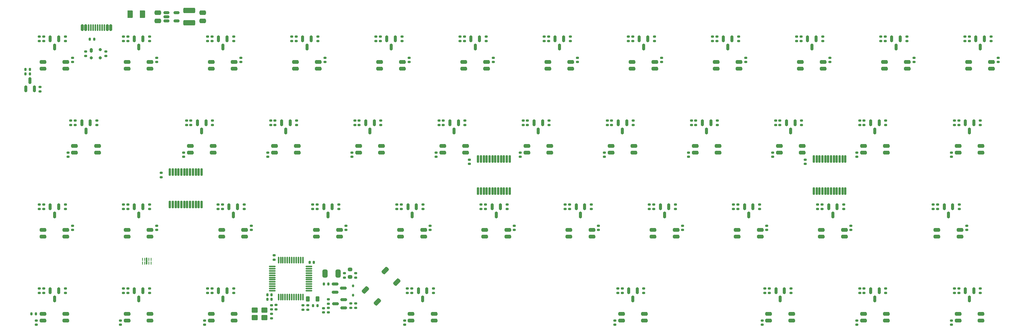
<source format=gbr>
%TF.GenerationSoftware,KiCad,Pcbnew,8.0.4*%
%TF.CreationDate,2024-09-01T23:08:26+02:00*%
%TF.ProjectId,feb42-rounded,66656234-322d-4726-9f75-6e6465642e6b,rev?*%
%TF.SameCoordinates,Original*%
%TF.FileFunction,Paste,Top*%
%TF.FilePolarity,Positive*%
%FSLAX46Y46*%
G04 Gerber Fmt 4.6, Leading zero omitted, Abs format (unit mm)*
G04 Created by KiCad (PCBNEW 8.0.4) date 2024-09-01 23:08:26*
%MOMM*%
%LPD*%
G01*
G04 APERTURE LIST*
G04 Aperture macros list*
%AMRoundRect*
0 Rectangle with rounded corners*
0 $1 Rounding radius*
0 $2 $3 $4 $5 $6 $7 $8 $9 X,Y pos of 4 corners*
0 Add a 4 corners polygon primitive as box body*
4,1,4,$2,$3,$4,$5,$6,$7,$8,$9,$2,$3,0*
0 Add four circle primitives for the rounded corners*
1,1,$1+$1,$2,$3*
1,1,$1+$1,$4,$5*
1,1,$1+$1,$6,$7*
1,1,$1+$1,$8,$9*
0 Add four rect primitives between the rounded corners*
20,1,$1+$1,$2,$3,$4,$5,0*
20,1,$1+$1,$4,$5,$6,$7,0*
20,1,$1+$1,$6,$7,$8,$9,0*
20,1,$1+$1,$8,$9,$2,$3,0*%
G04 Aperture macros list end*
%ADD10RoundRect,0.150000X0.150000X0.575000X-0.150000X0.575000X-0.150000X-0.575000X0.150000X-0.575000X0*%
%ADD11RoundRect,0.075000X0.075000X0.650000X-0.075000X0.650000X-0.075000X-0.650000X0.075000X-0.650000X0*%
%ADD12RoundRect,0.200000X-0.525000X-0.200000X0.525000X-0.200000X0.525000X0.200000X-0.525000X0.200000X0*%
%ADD13RoundRect,0.135000X0.185000X-0.135000X0.185000X0.135000X-0.185000X0.135000X-0.185000X-0.135000X0*%
%ADD14RoundRect,0.150000X-0.200000X-0.150000X0.200000X-0.150000X0.200000X0.150000X-0.200000X0.150000X0*%
%ADD15RoundRect,0.175000X-0.175000X-0.325000X0.175000X-0.325000X0.175000X0.325000X-0.175000X0.325000X0*%
%ADD16RoundRect,0.150000X-0.512500X-0.150000X0.512500X-0.150000X0.512500X0.150000X-0.512500X0.150000X0*%
%ADD17RoundRect,0.250000X1.075000X-0.375000X1.075000X0.375000X-1.075000X0.375000X-1.075000X-0.375000X0*%
%ADD18RoundRect,0.250000X-0.375000X-0.625000X0.375000X-0.625000X0.375000X0.625000X-0.375000X0.625000X0*%
%ADD19RoundRect,0.250000X-0.475000X0.250000X-0.475000X-0.250000X0.475000X-0.250000X0.475000X0.250000X0*%
%ADD20RoundRect,0.140000X-0.170000X0.140000X-0.170000X-0.140000X0.170000X-0.140000X0.170000X0.140000X0*%
%ADD21RoundRect,0.112500X0.112500X-0.737500X0.112500X0.737500X-0.112500X0.737500X-0.112500X-0.737500X0*%
%ADD22RoundRect,0.075000X0.662500X-0.075000X0.662500X0.075000X-0.662500X0.075000X-0.662500X-0.075000X0*%
%ADD23RoundRect,0.075000X0.075000X-0.662500X0.075000X0.662500X-0.075000X0.662500X-0.075000X-0.662500X0*%
%ADD24RoundRect,0.140000X0.170000X-0.140000X0.170000X0.140000X-0.170000X0.140000X-0.170000X-0.140000X0*%
%ADD25RoundRect,0.200000X0.525000X0.200000X-0.525000X0.200000X-0.525000X-0.200000X0.525000X-0.200000X0*%
%ADD26RoundRect,0.150000X-0.150000X0.587500X-0.150000X-0.587500X0.150000X-0.587500X0.150000X0.587500X0*%
%ADD27RoundRect,0.135000X-0.185000X0.135000X-0.185000X-0.135000X0.185000X-0.135000X0.185000X0.135000X0*%
%ADD28RoundRect,0.250000X-0.450000X-0.350000X0.450000X-0.350000X0.450000X0.350000X-0.450000X0.350000X0*%
%ADD29RoundRect,0.050000X0.050000X0.287500X-0.050000X0.287500X-0.050000X-0.287500X0.050000X-0.287500X0*%
%ADD30RoundRect,0.100000X0.100000X0.287500X-0.100000X0.287500X-0.100000X-0.287500X0.100000X-0.287500X0*%
%ADD31RoundRect,0.218750X0.218750X0.381250X-0.218750X0.381250X-0.218750X-0.381250X0.218750X-0.381250X0*%
%ADD32RoundRect,0.200000X0.275000X-0.200000X0.275000X0.200000X-0.275000X0.200000X-0.275000X-0.200000X0*%
%ADD33RoundRect,0.140000X0.140000X0.170000X-0.140000X0.170000X-0.140000X-0.170000X0.140000X-0.170000X0*%
%ADD34RoundRect,0.112500X-0.112500X0.187500X-0.112500X-0.187500X0.112500X-0.187500X0.112500X0.187500X0*%
%ADD35RoundRect,0.135000X-0.135000X-0.185000X0.135000X-0.185000X0.135000X0.185000X-0.135000X0.185000X0*%
%ADD36RoundRect,0.135000X0.135000X0.185000X-0.135000X0.185000X-0.135000X-0.185000X0.135000X-0.185000X0*%
%ADD37RoundRect,0.140000X-0.140000X-0.170000X0.140000X-0.170000X0.140000X0.170000X-0.140000X0.170000X0*%
%ADD38RoundRect,0.250000X0.247487X0.601041X-0.601041X-0.247487X-0.247487X-0.601041X0.601041X0.247487X0*%
%ADD39RoundRect,0.150000X0.587500X0.150000X-0.587500X0.150000X-0.587500X-0.150000X0.587500X-0.150000X0*%
%ADD40RoundRect,0.150000X-0.587500X-0.150000X0.587500X-0.150000X0.587500X0.150000X-0.587500X0.150000X0*%
%ADD41RoundRect,0.150000X0.150000X-0.587500X0.150000X0.587500X-0.150000X0.587500X-0.150000X-0.587500X0*%
%ADD42RoundRect,0.250000X0.325000X0.650000X-0.325000X0.650000X-0.325000X-0.650000X0.325000X-0.650000X0*%
G04 APERTURE END LIST*
D10*
%TO.C,USB1*%
X56500000Y-72945000D03*
X55700000Y-72945000D03*
D11*
X55000000Y-72945000D03*
X54000000Y-72945000D03*
X52500000Y-72945000D03*
X51500000Y-72945000D03*
D10*
X50800000Y-72945000D03*
X50000000Y-72945000D03*
X50000000Y-72945000D03*
X50800000Y-72945000D03*
D11*
X52000000Y-72945000D03*
X53000000Y-72945000D03*
X53500000Y-72945000D03*
X54500000Y-72945000D03*
D10*
X55700000Y-72945000D03*
X56500000Y-72945000D03*
%TD*%
D12*
%TO.C,LED8*%
X179675000Y-82255000D03*
X179675000Y-80755000D03*
X174475000Y-80755000D03*
X174475000Y-82255000D03*
%TD*%
D13*
%TO.C,USBR2*%
X55350000Y-78390000D03*
X55350000Y-79410000D03*
%TD*%
%TO.C,USBR1*%
X50750000Y-78390000D03*
X50750000Y-79410000D03*
%TD*%
D14*
%TO.C,USBD1*%
X54050000Y-77950000D03*
X54050000Y-79850000D03*
X52050000Y-79850000D03*
D15*
X52050000Y-78150000D03*
%TD*%
D16*
%TO.C,SD1*%
X71387500Y-69550000D03*
X71387500Y-71450000D03*
X69112500Y-71450000D03*
X69112500Y-70500000D03*
X69112500Y-69550000D03*
%TD*%
D17*
%TO.C,PWRL1*%
X74250000Y-69100000D03*
X74250000Y-71900000D03*
%TD*%
D18*
%TO.C,PWRF1*%
X63650000Y-69900000D03*
X60850000Y-69900000D03*
%TD*%
D19*
%TO.C,PWRC2*%
X77250000Y-71450000D03*
X77250000Y-69550000D03*
%TD*%
%TO.C,PWRC1*%
X67150000Y-71450000D03*
X67150000Y-69550000D03*
%TD*%
D20*
%TO.C,MPC3*%
X213650000Y-103880000D03*
X213650000Y-102920000D03*
%TD*%
%TO.C,MPC2*%
X137650000Y-103880000D03*
X137650000Y-102920000D03*
%TD*%
%TO.C,MPC1*%
X67900000Y-106880000D03*
X67900000Y-105920000D03*
%TD*%
D21*
%TO.C,MP3*%
X215625000Y-102750000D03*
X216275000Y-102750000D03*
X216925000Y-102750000D03*
X217575000Y-102750000D03*
X218225000Y-102750000D03*
X218875000Y-102750000D03*
X219525000Y-102750000D03*
X220175000Y-102750000D03*
X220825000Y-102750000D03*
X221475000Y-102750000D03*
X222125000Y-102750000D03*
X222775000Y-102750000D03*
X222775000Y-110050000D03*
X222125000Y-110050000D03*
X221475000Y-110050000D03*
X220825000Y-110050000D03*
X220175000Y-110050000D03*
X219525000Y-110050000D03*
X218875000Y-110050000D03*
X218225000Y-110050000D03*
X217575000Y-110050000D03*
X216925000Y-110050000D03*
X216275000Y-110050000D03*
X215625000Y-110050000D03*
%TD*%
%TO.C,MP2*%
X139625000Y-102750000D03*
X140275000Y-102750000D03*
X140925000Y-102750000D03*
X141575000Y-102750000D03*
X142225000Y-102750000D03*
X142875000Y-102750000D03*
X143525000Y-102750000D03*
X144175000Y-102750000D03*
X144825000Y-102750000D03*
X145475000Y-102750000D03*
X146125000Y-102750000D03*
X146775000Y-102750000D03*
X146775000Y-110050000D03*
X146125000Y-110050000D03*
X145475000Y-110050000D03*
X144825000Y-110050000D03*
X144175000Y-110050000D03*
X143525000Y-110050000D03*
X142875000Y-110050000D03*
X142225000Y-110050000D03*
X141575000Y-110050000D03*
X140925000Y-110050000D03*
X140275000Y-110050000D03*
X139625000Y-110050000D03*
%TD*%
%TO.C,MP1*%
X69875000Y-105750000D03*
X70525000Y-105750000D03*
X71175000Y-105750000D03*
X71825000Y-105750000D03*
X72475000Y-105750000D03*
X73125000Y-105750000D03*
X73775000Y-105750000D03*
X74425000Y-105750000D03*
X75075000Y-105750000D03*
X75725000Y-105750000D03*
X76375000Y-105750000D03*
X77025000Y-105750000D03*
X77025000Y-113050000D03*
X76375000Y-113050000D03*
X75725000Y-113050000D03*
X75075000Y-113050000D03*
X74425000Y-113050000D03*
X73775000Y-113050000D03*
X73125000Y-113050000D03*
X72475000Y-113050000D03*
X71825000Y-113050000D03*
X71175000Y-113050000D03*
X70525000Y-113050000D03*
X69875000Y-113050000D03*
%TD*%
D22*
%TO.C,MCU1*%
X93037500Y-132650000D03*
X93037500Y-132150000D03*
X93037500Y-131650000D03*
X93037500Y-131150000D03*
X93037500Y-130650000D03*
X93037500Y-130150000D03*
X93037500Y-129650000D03*
X93037500Y-129150000D03*
X93037500Y-128650000D03*
X93037500Y-128150000D03*
X93037500Y-127650000D03*
X93037500Y-127150000D03*
D23*
X94450000Y-125737500D03*
X94950000Y-125737500D03*
X95450000Y-125737500D03*
X95950000Y-125737500D03*
X96450000Y-125737500D03*
X96950000Y-125737500D03*
X97450000Y-125737500D03*
X97950000Y-125737500D03*
X98450000Y-125737500D03*
X98950000Y-125737500D03*
X99450000Y-125737500D03*
X99950000Y-125737500D03*
D22*
X101362500Y-127150000D03*
X101362500Y-127650000D03*
X101362500Y-128150000D03*
X101362500Y-128650000D03*
X101362500Y-129150000D03*
X101362500Y-129650000D03*
X101362500Y-130150000D03*
X101362500Y-130650000D03*
X101362500Y-131150000D03*
X101362500Y-131650000D03*
X101362500Y-132150000D03*
X101362500Y-132650000D03*
D23*
X99950000Y-134062500D03*
X99450000Y-134062500D03*
X98950000Y-134062500D03*
X98450000Y-134062500D03*
X97950000Y-134062500D03*
X97450000Y-134062500D03*
X96950000Y-134062500D03*
X96450000Y-134062500D03*
X95950000Y-134062500D03*
X95450000Y-134062500D03*
X94950000Y-134062500D03*
X94450000Y-134062500D03*
%TD*%
D24*
%TO.C,LEDC42*%
X246793750Y-139425000D03*
X246793750Y-140385000D03*
%TD*%
%TO.C,LEDC41*%
X225362500Y-139425000D03*
X225362500Y-140385000D03*
%TD*%
%TO.C,LEDC40*%
X203931250Y-139425000D03*
X203931250Y-140385000D03*
%TD*%
%TO.C,LEDC39*%
X170593750Y-139425000D03*
X170593750Y-140385000D03*
%TD*%
%TO.C,LEDC38*%
X122968750Y-139425000D03*
X122968750Y-140385000D03*
%TD*%
%TO.C,LEDC37*%
X77725000Y-139425000D03*
X77725000Y-140385000D03*
%TD*%
%TO.C,LEDC36*%
X58675000Y-139425000D03*
X58675000Y-140385000D03*
%TD*%
%TO.C,LEDC35*%
X39625000Y-139425000D03*
X39625000Y-140385000D03*
%TD*%
D20*
%TO.C,LEDC34*%
X250231250Y-118835000D03*
X250231250Y-117875000D03*
%TD*%
%TO.C,LEDC33*%
X224037500Y-118835000D03*
X224037500Y-117875000D03*
%TD*%
%TO.C,LEDC32*%
X204987500Y-118835000D03*
X204987500Y-117875000D03*
%TD*%
%TO.C,LEDC31*%
X185937500Y-118835000D03*
X185937500Y-117875000D03*
%TD*%
%TO.C,LEDC30*%
X166887500Y-118835000D03*
X166887500Y-117875000D03*
%TD*%
%TO.C,LEDC29*%
X147837500Y-118835000D03*
X147837500Y-117875000D03*
%TD*%
%TO.C,LEDC28*%
X128787500Y-118835000D03*
X128787500Y-117875000D03*
%TD*%
%TO.C,LEDC27*%
X109737500Y-118835000D03*
X109737500Y-117875000D03*
%TD*%
%TO.C,LEDC26*%
X88306250Y-118835000D03*
X88306250Y-117875000D03*
%TD*%
%TO.C,LEDC25*%
X66875000Y-118835000D03*
X66875000Y-117875000D03*
%TD*%
%TO.C,LEDC24*%
X47825000Y-118835000D03*
X47825000Y-117875000D03*
%TD*%
D24*
%TO.C,LEDC23*%
X246793750Y-101325000D03*
X246793750Y-102285000D03*
%TD*%
%TO.C,LEDC22*%
X225362500Y-101325000D03*
X225362500Y-102285000D03*
%TD*%
%TO.C,LEDC21*%
X206312500Y-101325000D03*
X206312500Y-102285000D03*
%TD*%
%TO.C,LEDC20*%
X187262500Y-101325000D03*
X187262500Y-102285000D03*
%TD*%
%TO.C,LEDC19*%
X168212499Y-101325000D03*
X168212499Y-102285000D03*
%TD*%
%TO.C,LEDC18*%
X149162500Y-101325000D03*
X149162500Y-102285000D03*
%TD*%
%TO.C,LEDC17*%
X130112500Y-101325000D03*
X130112500Y-102285000D03*
%TD*%
%TO.C,LEDC16*%
X111062500Y-101325000D03*
X111062500Y-102285000D03*
%TD*%
%TO.C,LEDC15*%
X92012500Y-101325000D03*
X92012500Y-102285000D03*
%TD*%
%TO.C,LEDC14*%
X72962500Y-101325000D03*
X72962500Y-102285000D03*
%TD*%
%TO.C,LEDC13*%
X46768750Y-101325000D03*
X46768750Y-102285000D03*
%TD*%
D20*
%TO.C,LEDC12*%
X257375000Y-80735000D03*
X257375000Y-79775000D03*
%TD*%
%TO.C,LEDC11*%
X238325000Y-80735000D03*
X238325000Y-79775000D03*
%TD*%
%TO.C,LEDC10*%
X219275000Y-80735000D03*
X219275000Y-79775000D03*
%TD*%
%TO.C,LEDC9*%
X200225000Y-80735000D03*
X200225000Y-79775000D03*
%TD*%
%TO.C,LEDC8*%
X181175000Y-80735000D03*
X181175000Y-79775000D03*
%TD*%
%TO.C,LEDC7*%
X162125000Y-80735000D03*
X162125000Y-79775000D03*
%TD*%
%TO.C,LEDC6*%
X143075000Y-80735000D03*
X143075000Y-79775000D03*
%TD*%
%TO.C,LEDC5*%
X124025000Y-80735000D03*
X124025000Y-79775000D03*
%TD*%
%TO.C,LEDC4*%
X104975000Y-80735000D03*
X104975000Y-79775000D03*
%TD*%
%TO.C,LEDC3*%
X85925000Y-80735000D03*
X85925000Y-79775000D03*
%TD*%
%TO.C,LEDC2*%
X66875000Y-80735000D03*
X66875000Y-79775000D03*
%TD*%
%TO.C,LEDC1*%
X47825000Y-80735000D03*
X47825000Y-79775000D03*
%TD*%
D25*
%TO.C,LED42*%
X248293750Y-137905000D03*
X248293750Y-139405000D03*
X253493750Y-139405000D03*
X253493750Y-137905000D03*
%TD*%
%TO.C,LED41*%
X226862500Y-137905000D03*
X226862500Y-139405000D03*
X232062500Y-139405000D03*
X232062500Y-137905000D03*
%TD*%
%TO.C,LED40*%
X205431250Y-137905000D03*
X205431250Y-139405000D03*
X210631250Y-139405000D03*
X210631250Y-137905000D03*
%TD*%
%TO.C,LED39*%
X172093750Y-137905000D03*
X172093750Y-139405000D03*
X177293750Y-139405000D03*
X177293750Y-137905000D03*
%TD*%
%TO.C,LED38*%
X124468750Y-137905000D03*
X124468750Y-139405000D03*
X129668750Y-139405000D03*
X129668750Y-137905000D03*
%TD*%
%TO.C,LED37*%
X79225000Y-137905000D03*
X79225000Y-139405000D03*
X84425000Y-139405000D03*
X84425000Y-137905000D03*
%TD*%
%TO.C,LED36*%
X60175000Y-137905000D03*
X60175000Y-139405000D03*
X65375000Y-139405000D03*
X65375000Y-137905000D03*
%TD*%
%TO.C,LED35*%
X41125000Y-137905000D03*
X41125000Y-139405000D03*
X46325000Y-139405000D03*
X46325000Y-137905000D03*
%TD*%
D12*
%TO.C,LED34*%
X248731250Y-120355000D03*
X248731250Y-118855000D03*
X243531250Y-118855000D03*
X243531250Y-120355000D03*
%TD*%
%TO.C,LED33*%
X222537500Y-120355000D03*
X222537500Y-118855000D03*
X217337500Y-118855000D03*
X217337500Y-120355000D03*
%TD*%
%TO.C,LED32*%
X203487500Y-120355000D03*
X203487500Y-118855000D03*
X198287500Y-118855000D03*
X198287500Y-120355000D03*
%TD*%
%TO.C,LED31*%
X184437500Y-120355000D03*
X184437500Y-118855000D03*
X179237500Y-118855000D03*
X179237500Y-120355000D03*
%TD*%
%TO.C,LED30*%
X165387500Y-120355000D03*
X165387500Y-118855000D03*
X160187500Y-118855000D03*
X160187500Y-120355000D03*
%TD*%
%TO.C,LED29*%
X146337500Y-120355000D03*
X146337500Y-118855000D03*
X141137500Y-118855000D03*
X141137500Y-120355000D03*
%TD*%
%TO.C,LED28*%
X127287500Y-120355000D03*
X127287500Y-118855000D03*
X122087500Y-118855000D03*
X122087500Y-120355000D03*
%TD*%
%TO.C,LED27*%
X108237500Y-120355000D03*
X108237500Y-118855000D03*
X103037500Y-118855000D03*
X103037500Y-120355000D03*
%TD*%
%TO.C,LED26*%
X86806250Y-120355000D03*
X86806250Y-118855000D03*
X81606250Y-118855000D03*
X81606250Y-120355000D03*
%TD*%
%TO.C,LED25*%
X65375000Y-120355000D03*
X65375000Y-118855000D03*
X60175000Y-118855000D03*
X60175000Y-120355000D03*
%TD*%
%TO.C,LED24*%
X46325000Y-120355000D03*
X46325000Y-118855000D03*
X41125000Y-118855000D03*
X41125000Y-120355000D03*
%TD*%
D25*
%TO.C,LED23*%
X248293750Y-99805000D03*
X248293750Y-101305000D03*
X253493750Y-101305000D03*
X253493750Y-99805000D03*
%TD*%
%TO.C,LED22*%
X226862500Y-99805000D03*
X226862500Y-101305000D03*
X232062500Y-101305000D03*
X232062500Y-99805000D03*
%TD*%
%TO.C,LED21*%
X207812500Y-99805000D03*
X207812500Y-101305000D03*
X213012500Y-101305000D03*
X213012500Y-99805000D03*
%TD*%
%TO.C,LED20*%
X188762500Y-99805000D03*
X188762500Y-101305000D03*
X193962500Y-101305000D03*
X193962500Y-99805000D03*
%TD*%
%TO.C,LED19*%
X169712500Y-99805000D03*
X169712500Y-101305000D03*
X174912500Y-101305000D03*
X174912500Y-99805000D03*
%TD*%
%TO.C,LED18*%
X150662500Y-99805000D03*
X150662500Y-101305000D03*
X155862500Y-101305000D03*
X155862500Y-99805000D03*
%TD*%
%TO.C,LED17*%
X131612500Y-99805000D03*
X131612500Y-101305000D03*
X136812500Y-101305000D03*
X136812500Y-99805000D03*
%TD*%
%TO.C,LED16*%
X112562500Y-99805000D03*
X112562500Y-101305000D03*
X117762500Y-101305000D03*
X117762500Y-99805000D03*
%TD*%
%TO.C,LED15*%
X93512500Y-99805000D03*
X93512500Y-101305000D03*
X98712500Y-101305000D03*
X98712500Y-99805000D03*
%TD*%
%TO.C,LED14*%
X74462500Y-99805000D03*
X74462500Y-101305000D03*
X79662500Y-101305000D03*
X79662500Y-99805000D03*
%TD*%
%TO.C,LED13*%
X48268750Y-99805000D03*
X48268750Y-101305000D03*
X53468750Y-101305000D03*
X53468750Y-99805000D03*
%TD*%
D12*
%TO.C,LED12*%
X255875000Y-82255000D03*
X255875000Y-80755000D03*
X250675000Y-80755000D03*
X250675000Y-82255000D03*
%TD*%
%TO.C,LED11*%
X236825000Y-82255000D03*
X236825000Y-80755000D03*
X231625000Y-80755000D03*
X231625000Y-82255000D03*
%TD*%
%TO.C,LED10*%
X217775000Y-82255000D03*
X217775000Y-80755000D03*
X212575000Y-80755000D03*
X212575000Y-82255000D03*
%TD*%
%TO.C,LED9*%
X198725000Y-82255000D03*
X198725000Y-80755000D03*
X193525000Y-80755000D03*
X193525000Y-82255000D03*
%TD*%
%TO.C,LED7*%
X160625000Y-82255000D03*
X160625000Y-80755000D03*
X155425000Y-80755000D03*
X155425000Y-82255000D03*
%TD*%
%TO.C,LED6*%
X141575000Y-82255000D03*
X141575000Y-80755000D03*
X136375000Y-80755000D03*
X136375000Y-82255000D03*
%TD*%
%TO.C,LED5*%
X122525000Y-82255000D03*
X122525000Y-80755000D03*
X117325000Y-80755000D03*
X117325000Y-82255000D03*
%TD*%
%TO.C,LED4*%
X103475000Y-82255000D03*
X103475000Y-80755000D03*
X98275000Y-80755000D03*
X98275000Y-82255000D03*
%TD*%
%TO.C,LED3*%
X84425000Y-82255000D03*
X84425000Y-80755000D03*
X79225000Y-80755000D03*
X79225000Y-82255000D03*
%TD*%
%TO.C,LED2*%
X65375000Y-82255000D03*
X65375000Y-80755000D03*
X60175000Y-80755000D03*
X60175000Y-82255000D03*
%TD*%
%TO.C,LED1*%
X46325000Y-82255000D03*
X46325000Y-80755000D03*
X41125000Y-80755000D03*
X41125000Y-82255000D03*
%TD*%
D13*
%TO.C,HER42*%
X248443750Y-132127500D03*
X248443750Y-133147500D03*
%TD*%
%TO.C,HER41*%
X227012500Y-132127500D03*
X227012500Y-133147500D03*
%TD*%
%TO.C,HER40*%
X205581250Y-132127500D03*
X205581250Y-133147500D03*
%TD*%
%TO.C,HER39*%
X172243750Y-132127500D03*
X172243750Y-133147500D03*
%TD*%
%TO.C,HER38*%
X124618750Y-132127500D03*
X124618750Y-133147500D03*
%TD*%
%TO.C,HER37*%
X79375000Y-132127500D03*
X79375000Y-133147500D03*
%TD*%
%TO.C,HER36*%
X60325000Y-132127500D03*
X60325000Y-133147500D03*
%TD*%
%TO.C,HER35*%
X41274999Y-132127500D03*
X41274999Y-133147500D03*
%TD*%
%TO.C,HER34*%
X243681250Y-113077500D03*
X243681250Y-114097500D03*
%TD*%
%TO.C,HER33*%
X217487500Y-113077500D03*
X217487500Y-114097500D03*
%TD*%
%TO.C,HER32*%
X198437500Y-113077500D03*
X198437500Y-114097500D03*
%TD*%
%TO.C,HER31*%
X179387500Y-113077500D03*
X179387500Y-114097500D03*
%TD*%
%TO.C,HER30*%
X160337500Y-113077500D03*
X160337500Y-114097500D03*
%TD*%
%TO.C,HER29*%
X141287500Y-113077500D03*
X141287500Y-114097500D03*
%TD*%
%TO.C,HER28*%
X122237500Y-113077500D03*
X122237500Y-114097500D03*
%TD*%
%TO.C,HER27*%
X103187500Y-113077500D03*
X103187500Y-114097500D03*
%TD*%
%TO.C,HER26*%
X81756250Y-113077500D03*
X81756250Y-114097500D03*
%TD*%
%TO.C,HER25*%
X60325000Y-113077500D03*
X60325000Y-114097500D03*
%TD*%
%TO.C,HER24*%
X41274999Y-113077500D03*
X41274999Y-114097500D03*
%TD*%
%TO.C,HER23*%
X248443750Y-94027500D03*
X248443750Y-95047500D03*
%TD*%
%TO.C,HER22*%
X227012500Y-94027500D03*
X227012500Y-95047500D03*
%TD*%
%TO.C,HER21*%
X207962500Y-94027500D03*
X207962500Y-95047500D03*
%TD*%
%TO.C,HER20*%
X188912500Y-94027500D03*
X188912500Y-95047500D03*
%TD*%
%TO.C,HER19*%
X169862500Y-94027500D03*
X169862500Y-95047500D03*
%TD*%
%TO.C,HER18*%
X150812500Y-94027500D03*
X150812500Y-95047500D03*
%TD*%
%TO.C,HER17*%
X131762500Y-94027500D03*
X131762500Y-95047500D03*
%TD*%
%TO.C,HER16*%
X112712500Y-94027500D03*
X112712500Y-95047500D03*
%TD*%
%TO.C,HER15*%
X93662500Y-94027500D03*
X93662500Y-95047500D03*
%TD*%
%TO.C,HER14*%
X74612500Y-94027500D03*
X74612500Y-95047500D03*
%TD*%
%TO.C,HER13*%
X48418750Y-94027500D03*
X48418750Y-95047500D03*
%TD*%
%TO.C,HER12*%
X250825000Y-74977500D03*
X250825000Y-75997500D03*
%TD*%
%TO.C,HER11*%
X231775000Y-74977500D03*
X231775000Y-75997500D03*
%TD*%
%TO.C,HER10*%
X212725000Y-74977500D03*
X212725000Y-75997500D03*
%TD*%
%TO.C,HER9*%
X193675000Y-74977500D03*
X193675000Y-75997500D03*
%TD*%
%TO.C,HER8*%
X174625000Y-74977500D03*
X174625000Y-75997500D03*
%TD*%
%TO.C,HER7*%
X155575000Y-74977500D03*
X155575000Y-75997500D03*
%TD*%
%TO.C,HER6*%
X136525000Y-74977500D03*
X136525000Y-75997500D03*
%TD*%
%TO.C,HER5*%
X117475000Y-74977500D03*
X117475000Y-75997500D03*
%TD*%
%TO.C,HER4*%
X98424999Y-74977500D03*
X98424999Y-75997500D03*
%TD*%
%TO.C,HER3*%
X79375000Y-74977500D03*
X79375000Y-75997500D03*
%TD*%
%TO.C,HER2*%
X60325000Y-74977500D03*
X60325000Y-75997500D03*
%TD*%
%TO.C,HER1*%
X41274999Y-74977500D03*
X41274999Y-75997500D03*
%TD*%
D20*
%TO.C,HECC42*%
X247443750Y-133117500D03*
X247443750Y-132157500D03*
%TD*%
%TO.C,HECC41*%
X226012500Y-133117500D03*
X226012500Y-132157500D03*
%TD*%
%TO.C,HECC40*%
X204581250Y-133117500D03*
X204581250Y-132157500D03*
%TD*%
%TO.C,HECC39*%
X171243750Y-133117500D03*
X171243750Y-132157500D03*
%TD*%
%TO.C,HECC38*%
X123618750Y-133117500D03*
X123618750Y-132157500D03*
%TD*%
%TO.C,HECC37*%
X78375000Y-133117500D03*
X78375000Y-132157500D03*
%TD*%
%TO.C,HECC36*%
X59325000Y-133117500D03*
X59325000Y-132157500D03*
%TD*%
%TO.C,HECC35*%
X40274999Y-133117500D03*
X40274999Y-132157500D03*
%TD*%
%TO.C,HECC34*%
X242681250Y-114067500D03*
X242681250Y-113107500D03*
%TD*%
%TO.C,HECC33*%
X216487500Y-114067500D03*
X216487500Y-113107500D03*
%TD*%
%TO.C,HECC32*%
X197437500Y-114067500D03*
X197437500Y-113107500D03*
%TD*%
%TO.C,HECC31*%
X178387500Y-114067500D03*
X178387500Y-113107500D03*
%TD*%
%TO.C,HECC30*%
X159337500Y-114067500D03*
X159337500Y-113107500D03*
%TD*%
%TO.C,HECC29*%
X140287500Y-114067500D03*
X140287500Y-113107500D03*
%TD*%
%TO.C,HECC28*%
X121237500Y-114067500D03*
X121237500Y-113107500D03*
%TD*%
%TO.C,HECC27*%
X102187500Y-114067500D03*
X102187500Y-113107500D03*
%TD*%
%TO.C,HECC26*%
X80756250Y-114067500D03*
X80756250Y-113107500D03*
%TD*%
%TO.C,HECC25*%
X59325000Y-114067500D03*
X59325000Y-113107500D03*
%TD*%
%TO.C,HECC24*%
X40274999Y-114067500D03*
X40274999Y-113107500D03*
%TD*%
%TO.C,HECC23*%
X247443750Y-95017500D03*
X247443750Y-94057500D03*
%TD*%
%TO.C,HECC22*%
X226012500Y-95017500D03*
X226012500Y-94057500D03*
%TD*%
%TO.C,HECC21*%
X206962500Y-95017500D03*
X206962500Y-94057500D03*
%TD*%
%TO.C,HECC20*%
X187912500Y-95017500D03*
X187912500Y-94057500D03*
%TD*%
%TO.C,HECC19*%
X168862500Y-95017500D03*
X168862500Y-94057500D03*
%TD*%
%TO.C,HECC18*%
X149812500Y-95017500D03*
X149812500Y-94057500D03*
%TD*%
%TO.C,HECC17*%
X130762500Y-95017500D03*
X130762500Y-94057500D03*
%TD*%
%TO.C,HECC16*%
X111712500Y-95017500D03*
X111712500Y-94057500D03*
%TD*%
%TO.C,HECC15*%
X92662500Y-95017500D03*
X92662500Y-94057500D03*
%TD*%
%TO.C,HECC14*%
X73612500Y-95017500D03*
X73612500Y-94057500D03*
%TD*%
%TO.C,HECC13*%
X47418750Y-95017500D03*
X47418750Y-94057500D03*
%TD*%
%TO.C,HECC12*%
X249825000Y-75967500D03*
X249825000Y-75007500D03*
%TD*%
%TO.C,HECC11*%
X230775000Y-75967500D03*
X230775000Y-75007500D03*
%TD*%
%TO.C,HECC10*%
X211725000Y-75967500D03*
X211725000Y-75007500D03*
%TD*%
%TO.C,HECC9*%
X192675000Y-75967500D03*
X192675000Y-75007500D03*
%TD*%
%TO.C,HECC8*%
X173625000Y-75967500D03*
X173625000Y-75007500D03*
%TD*%
%TO.C,HECC7*%
X154575000Y-75967500D03*
X154575000Y-75007500D03*
%TD*%
%TO.C,HECC6*%
X135525000Y-75967500D03*
X135525000Y-75007500D03*
%TD*%
%TO.C,HECC5*%
X116475000Y-75967500D03*
X116475000Y-75007500D03*
%TD*%
%TO.C,HECC4*%
X97424999Y-75967500D03*
X97424999Y-75007500D03*
%TD*%
%TO.C,HECC3*%
X78375000Y-75967500D03*
X78375000Y-75007500D03*
%TD*%
%TO.C,HECC2*%
X59325000Y-75967500D03*
X59325000Y-75007500D03*
%TD*%
%TO.C,HECC1*%
X40274999Y-75967500D03*
X40274999Y-75007500D03*
%TD*%
%TO.C,HEC42*%
X253343750Y-133117500D03*
X253343750Y-132157500D03*
%TD*%
%TO.C,HEC41*%
X231912500Y-133117500D03*
X231912500Y-132157500D03*
%TD*%
%TO.C,HEC40*%
X210481250Y-133117500D03*
X210481250Y-132157500D03*
%TD*%
%TO.C,HEC39*%
X177143750Y-133117500D03*
X177143750Y-132157500D03*
%TD*%
%TO.C,HEC38*%
X129518750Y-133117500D03*
X129518750Y-132157500D03*
%TD*%
%TO.C,HEC37*%
X84275000Y-133117500D03*
X84275000Y-132157500D03*
%TD*%
%TO.C,HEC36*%
X65225000Y-133117500D03*
X65225000Y-132157500D03*
%TD*%
%TO.C,HEC35*%
X46175000Y-133117500D03*
X46175000Y-132157500D03*
%TD*%
%TO.C,HEC34*%
X248581250Y-114067500D03*
X248581250Y-113107500D03*
%TD*%
%TO.C,HEC33*%
X222387500Y-114067500D03*
X222387500Y-113107500D03*
%TD*%
%TO.C,HEC32*%
X203337500Y-114067500D03*
X203337500Y-113107500D03*
%TD*%
%TO.C,HEC31*%
X184287500Y-114067500D03*
X184287500Y-113107500D03*
%TD*%
%TO.C,HEC30*%
X165237500Y-114067500D03*
X165237500Y-113107500D03*
%TD*%
%TO.C,HEC29*%
X146187500Y-114067500D03*
X146187500Y-113107500D03*
%TD*%
%TO.C,HEC28*%
X127137500Y-114067500D03*
X127137500Y-113107500D03*
%TD*%
%TO.C,HEC27*%
X108087500Y-114067500D03*
X108087500Y-113107500D03*
%TD*%
%TO.C,HEC26*%
X86656250Y-114067500D03*
X86656250Y-113107500D03*
%TD*%
%TO.C,HEC25*%
X65225000Y-114067500D03*
X65225000Y-113107500D03*
%TD*%
%TO.C,HEC24*%
X46175000Y-114067500D03*
X46175000Y-113107500D03*
%TD*%
%TO.C,HEC23*%
X253343750Y-95017500D03*
X253343750Y-94057500D03*
%TD*%
%TO.C,HEC22*%
X231912500Y-95017500D03*
X231912500Y-94057500D03*
%TD*%
%TO.C,HEC21*%
X212862500Y-95017500D03*
X212862500Y-94057500D03*
%TD*%
%TO.C,HEC20*%
X193812500Y-95017500D03*
X193812500Y-94057500D03*
%TD*%
%TO.C,HEC19*%
X174762500Y-95017500D03*
X174762500Y-94057500D03*
%TD*%
%TO.C,HEC18*%
X155712500Y-95017500D03*
X155712500Y-94057500D03*
%TD*%
%TO.C,HEC17*%
X136662500Y-95017500D03*
X136662500Y-94057500D03*
%TD*%
%TO.C,HEC16*%
X117612500Y-95017500D03*
X117612500Y-94057500D03*
%TD*%
%TO.C,HEC15*%
X98562500Y-95017500D03*
X98562500Y-94057500D03*
%TD*%
%TO.C,HEC14*%
X79512500Y-95017500D03*
X79512500Y-94057500D03*
%TD*%
%TO.C,HEC13*%
X53318750Y-95017500D03*
X53318750Y-94057500D03*
%TD*%
%TO.C,HEC12*%
X255725000Y-75967500D03*
X255725000Y-75007500D03*
%TD*%
%TO.C,HEC11*%
X236675000Y-75967500D03*
X236675000Y-75007500D03*
%TD*%
%TO.C,HEC10*%
X217625000Y-75967500D03*
X217625000Y-75007500D03*
%TD*%
%TO.C,HEC9*%
X198575000Y-75967500D03*
X198575000Y-75007500D03*
%TD*%
%TO.C,HEC8*%
X179525000Y-75967500D03*
X179525000Y-75007500D03*
%TD*%
%TO.C,HEC7*%
X160475000Y-75967500D03*
X160475000Y-75007500D03*
%TD*%
%TO.C,HEC6*%
X141425000Y-75967500D03*
X141425000Y-75007500D03*
%TD*%
%TO.C,HEC5*%
X122375000Y-75967500D03*
X122375000Y-75007500D03*
%TD*%
%TO.C,HEC4*%
X103325000Y-75967500D03*
X103325000Y-75007500D03*
%TD*%
%TO.C,HEC3*%
X84275000Y-75967500D03*
X84275000Y-75007500D03*
%TD*%
%TO.C,HEC2*%
X65225000Y-75967500D03*
X65225000Y-75007500D03*
%TD*%
%TO.C,HEC1*%
X46175000Y-75967500D03*
X46175000Y-75007500D03*
%TD*%
D26*
%TO.C,HE42*%
X250893750Y-134512500D03*
X249943750Y-132637500D03*
X251843750Y-132637500D03*
%TD*%
%TO.C,HE41*%
X229462500Y-134512500D03*
X228512500Y-132637500D03*
X230412500Y-132637500D03*
%TD*%
%TO.C,HE40*%
X208031250Y-134512500D03*
X207081250Y-132637500D03*
X208981250Y-132637500D03*
%TD*%
%TO.C,HE39*%
X174693750Y-134512500D03*
X173743750Y-132637500D03*
X175643750Y-132637500D03*
%TD*%
%TO.C,HE38*%
X127068750Y-134512500D03*
X126118750Y-132637500D03*
X128018750Y-132637500D03*
%TD*%
%TO.C,HE37*%
X81825000Y-134512500D03*
X80875000Y-132637500D03*
X82775000Y-132637500D03*
%TD*%
%TO.C,HE36*%
X62775000Y-134512500D03*
X61825000Y-132637500D03*
X63725000Y-132637500D03*
%TD*%
%TO.C,HE35*%
X43725000Y-134512500D03*
X42775000Y-132637500D03*
X44675000Y-132637500D03*
%TD*%
%TO.C,HE34*%
X246131250Y-115462500D03*
X245181250Y-113587500D03*
X247081250Y-113587500D03*
%TD*%
%TO.C,HE33*%
X219937500Y-115462500D03*
X218987500Y-113587500D03*
X220887500Y-113587500D03*
%TD*%
%TO.C,HE32*%
X200887500Y-115462500D03*
X199937500Y-113587500D03*
X201837500Y-113587500D03*
%TD*%
%TO.C,HE31*%
X181837500Y-115462500D03*
X180887500Y-113587500D03*
X182787500Y-113587500D03*
%TD*%
%TO.C,HE30*%
X162787500Y-115462500D03*
X161837500Y-113587500D03*
X163737500Y-113587500D03*
%TD*%
%TO.C,HE29*%
X143737500Y-115462500D03*
X142787500Y-113587500D03*
X144687500Y-113587500D03*
%TD*%
%TO.C,HE28*%
X124687500Y-115462500D03*
X123737500Y-113587500D03*
X125637500Y-113587500D03*
%TD*%
%TO.C,HE27*%
X105637500Y-115462500D03*
X104687500Y-113587500D03*
X106587500Y-113587500D03*
%TD*%
%TO.C,HE26*%
X84206250Y-115462500D03*
X83256250Y-113587500D03*
X85156250Y-113587500D03*
%TD*%
%TO.C,HE25*%
X62775000Y-115462500D03*
X61825000Y-113587500D03*
X63725000Y-113587500D03*
%TD*%
%TO.C,HE24*%
X43725000Y-115462500D03*
X42775000Y-113587500D03*
X44675000Y-113587500D03*
%TD*%
%TO.C,HE23*%
X250893750Y-96412500D03*
X249943750Y-94537500D03*
X251843750Y-94537500D03*
%TD*%
%TO.C,HE22*%
X229462500Y-96412500D03*
X228512500Y-94537500D03*
X230412500Y-94537500D03*
%TD*%
%TO.C,HE21*%
X210412500Y-96412500D03*
X209462500Y-94537500D03*
X211362500Y-94537500D03*
%TD*%
%TO.C,HE20*%
X191362500Y-96412500D03*
X190412500Y-94537500D03*
X192312500Y-94537500D03*
%TD*%
%TO.C,HE19*%
X172312500Y-96412500D03*
X171362500Y-94537500D03*
X173262500Y-94537500D03*
%TD*%
%TO.C,HE18*%
X153262500Y-96412500D03*
X152312500Y-94537500D03*
X154212500Y-94537500D03*
%TD*%
%TO.C,HE17*%
X134212500Y-96412500D03*
X133262500Y-94537500D03*
X135162500Y-94537500D03*
%TD*%
%TO.C,HE16*%
X115162500Y-96412500D03*
X114212500Y-94537500D03*
X116112500Y-94537500D03*
%TD*%
%TO.C,HE15*%
X96112500Y-96412500D03*
X95162500Y-94537500D03*
X97062500Y-94537500D03*
%TD*%
%TO.C,HE14*%
X77062500Y-96412500D03*
X76112500Y-94537500D03*
X78012500Y-94537500D03*
%TD*%
%TO.C,HE13*%
X50868750Y-96412500D03*
X49918750Y-94537500D03*
X51818750Y-94537500D03*
%TD*%
%TO.C,HE12*%
X253275000Y-77362500D03*
X252325000Y-75487500D03*
X254225000Y-75487500D03*
%TD*%
%TO.C,HE11*%
X234225000Y-77362500D03*
X233275000Y-75487500D03*
X235175000Y-75487500D03*
%TD*%
%TO.C,HE10*%
X215175000Y-77362500D03*
X214225000Y-75487500D03*
X216125000Y-75487500D03*
%TD*%
%TO.C,HE9*%
X196125000Y-77362500D03*
X195175000Y-75487500D03*
X197075000Y-75487500D03*
%TD*%
%TO.C,HE8*%
X177075000Y-77362500D03*
X176125000Y-75487500D03*
X178025000Y-75487500D03*
%TD*%
%TO.C,HE7*%
X158025000Y-77362500D03*
X157075000Y-75487500D03*
X158975000Y-75487500D03*
%TD*%
%TO.C,HE6*%
X138975000Y-77362500D03*
X138025000Y-75487500D03*
X139925000Y-75487500D03*
%TD*%
%TO.C,HE5*%
X119925000Y-77362500D03*
X118975000Y-75487500D03*
X120875000Y-75487500D03*
%TD*%
%TO.C,HE4*%
X100875000Y-77362500D03*
X99925000Y-75487500D03*
X101825000Y-75487500D03*
%TD*%
%TO.C,HE3*%
X81825000Y-77362500D03*
X80875000Y-75487500D03*
X82775000Y-75487500D03*
%TD*%
%TO.C,HE2*%
X62775000Y-77362500D03*
X61825000Y-75487500D03*
X63725000Y-75487500D03*
%TD*%
%TO.C,HE1*%
X43725000Y-77362500D03*
X42775000Y-75487500D03*
X44675000Y-75487500D03*
%TD*%
D27*
%TO.C,CR_R1*%
X93900000Y-136910000D03*
X93900000Y-135890000D03*
%TD*%
D20*
%TO.C,CR_C2*%
X92900000Y-136880000D03*
X92900000Y-135920000D03*
%TD*%
%TO.C,CR_C1*%
X92900000Y-138880000D03*
X92900000Y-137920000D03*
%TD*%
D28*
%TO.C,CR1*%
X89100000Y-137050000D03*
X91300000Y-137050000D03*
X91300000Y-138750000D03*
X89100000Y-138750000D03*
%TD*%
D20*
%TO.C,MC6*%
X101117500Y-136930000D03*
X101117500Y-135970000D03*
%TD*%
D29*
%TO.C,DESD1*%
X65630000Y-126375000D03*
X65130000Y-126375000D03*
D30*
X64630000Y-126137500D03*
X64630000Y-126325000D03*
D29*
X64130000Y-126375000D03*
X63630000Y-126375000D03*
X63630000Y-125500000D03*
X64130000Y-125500000D03*
D30*
X64630000Y-125550000D03*
X64630000Y-125687500D03*
D29*
X65130000Y-125500000D03*
X65630000Y-125500000D03*
%TD*%
D31*
%TO.C,MFB1*%
X101117500Y-134550000D03*
X103242500Y-134550000D03*
%TD*%
D13*
%TO.C,BRR3*%
X109350000Y-128680000D03*
X109350000Y-129700000D03*
%TD*%
D32*
%TO.C,BRR1*%
X110650001Y-127855000D03*
X110650001Y-129505000D03*
%TD*%
D27*
%TO.C,BRR5*%
X105750000Y-137600000D03*
X105750000Y-136580000D03*
%TD*%
D20*
%TO.C,MC5*%
X100017499Y-136929998D03*
X100017499Y-135969998D03*
%TD*%
D13*
%TO.C,LMR1*%
X40440000Y-86380000D03*
X40440000Y-87400000D03*
%TD*%
D33*
%TO.C,MC1*%
X91950000Y-134600000D03*
X92910000Y-134600000D03*
%TD*%
D34*
%TO.C,BRD1*%
X111350001Y-133640000D03*
X111350001Y-131540000D03*
%TD*%
D35*
%TO.C,USBR3*%
X52700000Y-75550000D03*
X51680002Y-75550000D03*
%TD*%
D33*
%TO.C,MC7*%
X102282500Y-136050000D03*
X103242500Y-136050000D03*
%TD*%
D36*
%TO.C,LMR2*%
X37190001Y-83447500D03*
X38210001Y-83447500D03*
%TD*%
%TO.C,BRR4*%
X104730001Y-131090000D03*
X105750001Y-131090000D03*
%TD*%
D27*
%TO.C,BRR2*%
X111950001Y-129700000D03*
X111950001Y-128680000D03*
%TD*%
%TO.C,BRR6*%
X111950001Y-136580001D03*
X111950001Y-135560001D03*
%TD*%
D13*
%TO.C,BRR7*%
X110850001Y-135560000D03*
X110850001Y-136580000D03*
%TD*%
D24*
%TO.C,MC3*%
X93460000Y-124620000D03*
X93460000Y-125580000D03*
%TD*%
D37*
%TO.C,MC4*%
X102430000Y-126210000D03*
X101470000Y-126210000D03*
%TD*%
D36*
%TO.C,R3*%
X38550000Y-137905000D03*
X39570000Y-137905000D03*
%TD*%
D13*
%TO.C,BRR8*%
X105750001Y-134610000D03*
X105750001Y-135630000D03*
%TD*%
D38*
%TO.C,BS1*%
X114119111Y-132493883D03*
X118573883Y-128039111D03*
X116806117Y-135180889D03*
X121260889Y-130726117D03*
%TD*%
D35*
%TO.C,LMR3*%
X38210000Y-82417499D03*
X37190000Y-82417499D03*
%TD*%
D39*
%TO.C,BRQ1*%
X107312500Y-135630000D03*
X109187500Y-134680000D03*
X109187500Y-136580000D03*
%TD*%
D40*
%TO.C,BRQ2*%
X109125001Y-132040000D03*
X107250001Y-132990000D03*
X107250001Y-131090000D03*
%TD*%
D33*
%TO.C,MC2*%
X91950000Y-133600000D03*
X92910000Y-133600000D03*
%TD*%
D41*
%TO.C,LM1*%
X38210000Y-84962500D03*
X39160000Y-86837500D03*
X37260000Y-86837500D03*
%TD*%
D42*
%TO.C,BRC1*%
X104975001Y-128780000D03*
X107925001Y-128780000D03*
%TD*%
D24*
%TO.C,BRC2*%
X104650001Y-136640000D03*
X104650001Y-137600000D03*
%TD*%
M02*

</source>
